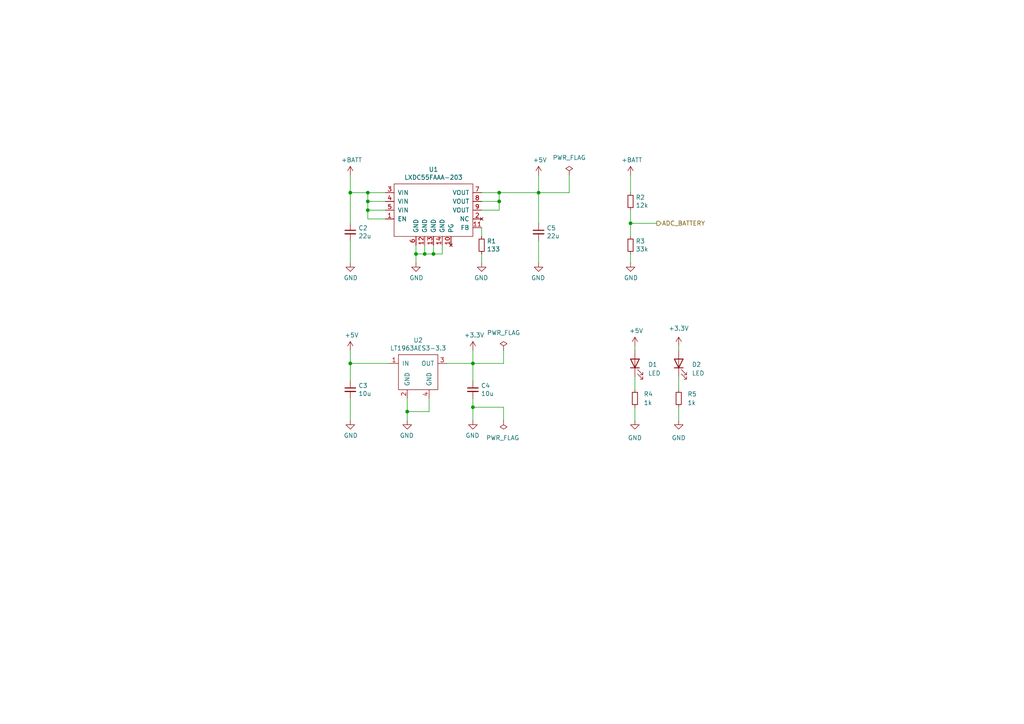
<source format=kicad_sch>
(kicad_sch (version 20231120) (generator "eeschema") (generator_version "8.0")
  (paper "A4")
  (lib_symbols
    (symbol "Device:C_Small" (pin_numbers hide) (pin_names (offset 0.254) hide)
      (property "Reference" "C" (at 0.254 1.778 0))
      (property "Value" "C_Small" (at 0.254 -2.032 0))
      (symbol "C_Small_0_1"
        (polyline (pts (xy -1.524 -0.508) (xy 1.524 -0.508)) (stroke (width 0.3302)))
        (polyline (pts (xy -1.524 0.508) (xy 1.524 0.508)) (stroke (width 0.3048)))
      )
      (symbol "C_Small_1_1"
        (pin passive line (at 0 2.54 270) (length 2.032) (name "~") (number "1"))
        (pin passive line (at 0 -2.54 90) (length 2.032) (name "~") (number "2"))
      )
    )
    (symbol "Device:LED" (pin_numbers hide) (pin_names (offset 1.016) hide)
      (property "Reference" "D" (at 0 2.54 0))
      (property "Value" "LED" (at 0 -2.54 0))
      (symbol "LED_0_1"
        (polyline (pts (xy -1.27 -1.27) (xy -1.27 1.27)) (stroke (width 0.254)))
        (polyline (pts (xy -1.27 0) (xy 1.27 0)))
        (polyline (pts (xy 1.27 -1.27) (xy 1.27 1.27) (xy -1.27 0) (xy 1.27 -1.27)) (stroke (width 0.254)))
        (polyline (pts (xy -3.048 -0.762) (xy -4.572 -2.286) (xy -3.81 -2.286) (xy -4.572 -2.286) (xy -4.572 -1.524)))
        (polyline (pts (xy -1.778 -0.762) (xy -3.302 -2.286) (xy -2.54 -2.286) (xy -3.302 -2.286) (xy -3.302 -1.524)))
      )
      (symbol "LED_1_1"
        (pin passive line (at -3.81 0 0) (length 2.54) (name "K") (number "1"))
        (pin passive line (at 3.81 0 180) (length 2.54) (name "A") (number "2"))
      )
    )
    (symbol "Device:R_Small" (pin_numbers hide) (pin_names (offset 0.254) hide)
      (property "Reference" "R" (at 0.762 0.508 0))
      (property "Value" "R_Small" (at 0.762 -1.016 0))
      (symbol "R_Small_0_1"
        (rectangle (start -0.762 1.778) (end 0.762 -1.778) (stroke (width 0.2032)))
      )
      (symbol "R_Small_1_1"
        (pin passive line (at 0 2.54 270) (length 0.762) (name "~") (number "1"))
        (pin passive line (at 0 -2.54 90) (length 0.762) (name "~") (number "2"))
      )
    )
    (symbol "My_Device:LT1963AES3-3.3" (pin_names (offset 1.016))
      (property "Reference" "U" (at 0 3.81 0))
      (property "Value" "My_Device_LT1963AES3-3.3" (at 0 6.35 0))
      (symbol "LT1963AES3-3.3_0_1"
        (rectangle (start -5.08 -7.62) (end 6.35 2.54))
        (rectangle (start -5.08 2.54) (end -5.08 2.54))
      )
      (symbol "LT1963AES3-3.3_1_1"
        (pin input line (at -7.62 0 0) (length 2.54) (name "IN") (number "1"))
        (pin input line (at -2.54 -10.16 90) (length 2.54) (name "GND") (number "2"))
        (pin input line (at 8.89 0 180) (length 2.54) (name "OUT") (number "3"))
        (pin input line (at 3.81 -10.16 90) (length 2.54) (name "GND") (number "4"))
      )
    )
    (symbol "My_Device:LXDC55FAAA-203" (pin_names (offset 1.016))
      (property "Reference" "U" (at 0 12.7 0))
      (property "Value" "My_Device_LXDC55FAAA-203" (at 0 15.24 0))
      (symbol "LXDC55FAAA-203_0_1"
        (rectangle (start -3.81 11.43) (end 19.05 -3.81))
      )
      (symbol "LXDC55FAAA-203_1_1"
        (pin input line (at -6.35 1.27 0) (length 2.54) (name "EN") (number "1"))
        (pin no_connect line (at 12.7 -6.35 90) (length 2.54) (name "PG") (number "10"))
        (pin input line (at 21.59 -1.27 180) (length 2.54) (name "FB") (number "11"))
        (pin input line (at 5.08 -6.35 90) (length 2.54) (name "GND") (number "12"))
        (pin input line (at 7.62 -6.35 90) (length 2.54) (name "GND") (number "13"))
        (pin input line (at 10.16 -6.35 90) (length 2.54) (name "GND") (number "14"))
        (pin no_connect line (at 21.59 1.27 180) (length 2.54) (name "NC") (number "2"))
        (pin input line (at -6.35 8.89 0) (length 2.54) (name "VIN") (number "3"))
        (pin input line (at -6.35 6.35 0) (length 2.54) (name "VIN") (number "4"))
        (pin input line (at -6.35 3.81 0) (length 2.54) (name "VIN") (number "5"))
        (pin input line (at 2.54 -6.35 90) (length 2.54) (name "GND") (number "6"))
        (pin input line (at 21.59 8.89 180) (length 2.54) (name "VOUT") (number "7"))
        (pin input line (at 21.59 6.35 180) (length 2.54) (name "VOUT") (number "8"))
        (pin input line (at 21.59 3.81 180) (length 2.54) (name "VOUT") (number "9"))
      )
    )
    (symbol "power:+3.3V" (power) (pin_names (offset 0))
      (property "Value" "+3.3V" (at 0 3.556 0))
      (symbol "+3.3V_0_1"
        (polyline (pts (xy -0.762 1.27) (xy 0 2.54)))
        (polyline (pts (xy 0 0) (xy 0 2.54)))
        (polyline (pts (xy 0 2.54) (xy 0.762 1.27)))
      )
      (symbol "+3.3V_1_1"
        (pin power_in line (at 0 0 90) (length 0) hide (name "+3.3V") (number "1"))
      )
    )
    (symbol "power:+5V" (power) (pin_names (offset 0))
      (property "Value" "+5V" (at 0 3.556 0))
      (symbol "+5V_0_1"
        (polyline (pts (xy -0.762 1.27) (xy 0 2.54)))
        (polyline (pts (xy 0 0) (xy 0 2.54)))
        (polyline (pts (xy 0 2.54) (xy 0.762 1.27)))
      )
      (symbol "+5V_1_1"
        (pin power_in line (at 0 0 90) (length 0) hide (name "+5V") (number "1"))
      )
    )
    (symbol "power:+BATT" (power) (pin_names (offset 0))
      (property "Value" "+BATT" (at 0 3.556 0))
      (symbol "+BATT_0_1"
        (polyline (pts (xy -0.762 1.27) (xy 0 2.54)))
        (polyline (pts (xy 0 0) (xy 0 2.54)))
        (polyline (pts (xy 0 2.54) (xy 0.762 1.27)))
      )
      (symbol "+BATT_1_1"
        (pin power_in line (at 0 0 90) (length 0) hide (name "+BATT") (number "1"))
      )
    )
    (symbol "power:GND" (power) (pin_names (offset 0))
      (property "Value" "GND" (at 0 -3.81 0))
      (symbol "GND_0_1"
        (polyline (pts (xy 0 0) (xy 0 -1.27) (xy 1.27 -1.27) (xy 0 -2.54) (xy -1.27 -1.27) (xy 0 -1.27)))
      )
      (symbol "GND_1_1"
        (pin power_in line (at 0 0 270) (length 0) hide (name "GND") (number "1"))
      )
    )
    (symbol "power:PWR_FLAG" (power) (pin_numbers hide) (pin_names (offset 0) hide)
      (property "Value" "PWR_FLAG" (at 0 3.81 0))
      (symbol "PWR_FLAG_0_0"
        (pin power_out line (at 0 0 90) (length 0) (name "pwr") (number "1"))
      )
      (symbol "PWR_FLAG_0_1"
        (polyline (pts (xy 0 0) (xy 0 1.27) (xy -1.016 1.905) (xy 0 2.54) (xy 1.016 1.905) (xy 0 1.27)))
      )
    )
  )
  (junction (at 156.21 55.88))
  (junction (at 101.6 105.41))
  (junction (at 120.65 73.66))
  (junction (at 144.78 55.88))
  (junction (at 123.19 73.66))
  (junction (at 101.6 55.88))
  (junction (at 182.88 64.77))
  (junction (at 137.16 105.41))
  (junction (at 106.68 58.42))
  (junction (at 125.73 73.66))
  (junction (at 118.11 119.38))
  (junction (at 144.78 58.42))
  (junction (at 137.16 118.11))
  (junction (at 106.68 55.88))
  (junction (at 106.68 60.96))
  (wire (pts (xy 196.85 121.92) (xy 196.85 118.11)))
  (wire (pts (xy 196.85 109.22) (xy 196.85 113.03)))
  (wire (pts (xy 182.88 64.77) (xy 190.5 64.77)))
  (wire (pts (xy 101.6 101.6) (xy 101.6 105.41)))
  (wire (pts (xy 146.05 118.11) (xy 146.05 121.92)))
  (wire (pts (xy 101.6 55.88) (xy 101.6 50.8)))
  (wire (pts (xy 184.15 100.33) (xy 184.15 101.6)))
  (wire (pts (xy 118.11 115.57) (xy 118.11 119.38)))
  (wire (pts (xy 123.19 71.12) (xy 123.19 73.66)))
  (wire (pts (xy 137.16 118.11) (xy 137.16 115.57)))
  (wire (pts (xy 137.16 105.41) (xy 146.05 105.41)))
  (wire (pts (xy 111.76 63.5) (xy 106.68 63.5)))
  (wire (pts (xy 196.85 100.33) (xy 196.85 101.6)))
  (wire (pts (xy 128.27 73.66) (xy 125.73 73.66)))
  (wire (pts (xy 113.03 105.41) (xy 101.6 105.41)))
  (wire (pts (xy 118.11 119.38) (xy 124.46 119.38)))
  (wire (pts (xy 106.68 55.88) (xy 101.6 55.88)))
  (wire (pts (xy 156.21 64.77) (xy 156.21 55.88)))
  (wire (pts (xy 156.21 55.88) (xy 156.21 50.8)))
  (wire (pts (xy 124.46 119.38) (xy 124.46 115.57)))
  (wire (pts (xy 101.6 105.41) (xy 101.6 110.49)))
  (wire (pts (xy 120.65 71.12) (xy 120.65 73.66)))
  (wire (pts (xy 156.21 76.2) (xy 156.21 69.85)))
  (wire (pts (xy 144.78 58.42) (xy 144.78 55.88)))
  (wire (pts (xy 139.7 68.58) (xy 139.7 66.04)))
  (wire (pts (xy 165.1 50.8) (xy 165.1 55.88)))
  (wire (pts (xy 144.78 55.88) (xy 156.21 55.88)))
  (wire (pts (xy 125.73 71.12) (xy 125.73 73.66)))
  (wire (pts (xy 182.88 60.96) (xy 182.88 64.77)))
  (wire (pts (xy 137.16 101.6) (xy 137.16 105.41)))
  (wire (pts (xy 111.76 60.96) (xy 106.68 60.96)))
  (wire (pts (xy 129.54 105.41) (xy 137.16 105.41)))
  (wire (pts (xy 106.68 60.96) (xy 106.68 58.42)))
  (wire (pts (xy 120.65 73.66) (xy 120.65 76.2)))
  (wire (pts (xy 139.7 58.42) (xy 144.78 58.42)))
  (wire (pts (xy 146.05 101.6) (xy 146.05 105.41)))
  (wire (pts (xy 111.76 58.42) (xy 106.68 58.42)))
  (wire (pts (xy 182.88 50.8) (xy 182.88 55.88)))
  (wire (pts (xy 111.76 55.88) (xy 106.68 55.88)))
  (wire (pts (xy 118.11 119.38) (xy 118.11 121.92)))
  (wire (pts (xy 128.27 71.12) (xy 128.27 73.66)))
  (wire (pts (xy 182.88 64.77) (xy 182.88 68.58)))
  (wire (pts (xy 125.73 73.66) (xy 123.19 73.66)))
  (wire (pts (xy 137.16 121.92) (xy 137.16 118.11)))
  (wire (pts (xy 106.68 58.42) (xy 106.68 55.88)))
  (wire (pts (xy 106.68 63.5) (xy 106.68 60.96)))
  (wire (pts (xy 165.1 55.88) (xy 156.21 55.88)))
  (wire (pts (xy 139.7 73.66) (xy 139.7 76.2)))
  (wire (pts (xy 123.19 73.66) (xy 120.65 73.66)))
  (wire (pts (xy 184.15 109.22) (xy 184.15 113.03)))
  (wire (pts (xy 139.7 55.88) (xy 144.78 55.88)))
  (wire (pts (xy 137.16 105.41) (xy 137.16 110.49)))
  (wire (pts (xy 139.7 60.96) (xy 144.78 60.96)))
  (wire (pts (xy 101.6 121.92) (xy 101.6 115.57)))
  (wire (pts (xy 137.16 118.11) (xy 146.05 118.11)))
  (wire (pts (xy 184.15 121.92) (xy 184.15 118.11)))
  (wire (pts (xy 182.88 73.66) (xy 182.88 76.2)))
  (wire (pts (xy 101.6 76.2) (xy 101.6 69.85)))
  (wire (pts (xy 144.78 60.96) (xy 144.78 58.42)))
  (wire (pts (xy 101.6 64.77) (xy 101.6 55.88)))
  (hierarchical_label "ADC_BATTERY" (shape output) (at 190.5 64.77 0))
  (symbol (lib_id "power:+5V") (at 184.15 100.33 0) (unit 1)
    (property "Reference" "#PWR032" (effects (hide yes)))
    (property "Value" "+5V" (at 184.531 95.9358 0))
  )
  (symbol (lib_id "Device:C_Small") (at 137.16 113.03 0) (unit 1)
    (property "Reference" "C4" (at 139.4968 111.8616 0) (effects (justify left)))
    (property "Value" "10u" (at 139.4968 114.173 0) (effects (justify left)))
    (property "Footprint" "Capacitor_SMD:C_0805_2012Metric_Pad1.18x1.45mm_HandSolder" (effects (hide yes)))
  )
  (symbol (lib_id "power:PWR_FLAG") (at 146.05 101.6 0) (unit 1)
    (property "Reference" "#FLG01" (effects (hide yes)))
    (property "Value" "PWR_FLAG" (at 146.05 96.52 0))
  )
  (symbol (lib_id "power:GND") (at 101.6 76.2 0) (unit 1)
    (property "Reference" "#PWR020" (effects (hide yes)))
    (property "Value" "GND" (at 101.727 80.5942 0))
  )
  (symbol (lib_id "power:+5V") (at 101.6 101.6 0) (unit 1)
    (property "Reference" "#PWR021" (effects (hide yes)))
    (property "Value" "+5V" (at 101.981 97.2058 0))
  )
  (symbol (lib_id "power:PWR_FLAG") (at 146.05 121.92 180) (unit 1)
    (property "Reference" "#FLG02" (effects (hide yes)))
    (property "Value" "PWR_FLAG" (at 140.97 127 0) (effects (justify right)))
  )
  (symbol (lib_id "Device:C_Small") (at 101.6 67.31 0) (unit 1)
    (property "Reference" "C2" (at 103.9368 66.1416 0) (effects (justify left)))
    (property "Value" "22u" (at 103.9368 68.453 0) (effects (justify left)))
    (property "Footprint" "Capacitor_SMD:C_0805_2012Metric_Pad1.18x1.45mm_HandSolder" (effects (hide yes)))
  )
  (symbol (lib_id "Device:R_Small") (at 184.15 115.57 0) (unit 1)
    (property "Reference" "R4" (at 186.69 114.2999 0) (effects (justify left)))
    (property "Value" "1k" (at 186.69 116.8399 0) (effects (justify left)))
    (property "Footprint" "Resistor_SMD:R_0603_1608Metric_Pad0.98x0.95mm_HandSolder" (effects (hide yes)))
  )
  (symbol (lib_id "power:+BATT") (at 182.88 50.8 0) (unit 1)
    (property "Reference" "#PWR030" (effects (hide yes)))
    (property "Value" "+BATT" (at 183.261 46.4058 0))
  )
  (symbol (lib_id "power:GND") (at 196.85 121.92 0) (unit 1)
    (property "Reference" "#PWR035" (effects (hide yes)))
    (property "Value" "GND" (at 196.85 127 0))
  )
  (symbol (lib_id "Device:R_Small") (at 182.88 58.42 0) (unit 1)
    (property "Reference" "R2" (at 184.3786 57.2516 0) (effects (justify left)))
    (property "Value" "12k" (at 184.3786 59.563 0) (effects (justify left)))
    (property "Footprint" "Resistor_SMD:R_0603_1608Metric" (effects (hide yes)))
  )
  (symbol (lib_id "power:GND") (at 101.6 121.92 0) (unit 1)
    (property "Reference" "#PWR022" (effects (hide yes)))
    (property "Value" "GND" (at 101.727 126.3142 0))
  )
  (symbol (lib_id "power:PWR_FLAG") (at 165.1 50.8 0) (unit 1)
    (property "Reference" "#FLG03" (effects (hide yes)))
    (property "Value" "PWR_FLAG" (at 165.1 45.72 0))
  )
  (symbol (lib_id "My_Device:LXDC55FAAA-203") (at 118.11 64.77 0) (unit 1)
    (property "Reference" "U1" (at 125.73 49.149 0))
    (property "Value" "LXDC55FAAA-203" (at 125.73 51.4604 0))
    (property "Footprint" "cubli:LXDC55FAAA-203" (effects (hide yes)))
  )
  (symbol (lib_id "power:GND") (at 184.15 121.92 0) (unit 1)
    (property "Reference" "#PWR033" (effects (hide yes)))
    (property "Value" "GND" (at 184.15 127 0))
  )
  (symbol (lib_id "Device:R_Small") (at 139.7 71.12 0) (unit 1)
    (property "Reference" "R1" (at 141.1986 69.9516 0) (effects (justify left)))
    (property "Value" "133" (at 141.1986 72.263 0) (effects (justify left)))
    (property "Footprint" "Resistor_SMD:R_0805_2012Metric" (effects (hide yes)))
  )
  (symbol (lib_id "power:GND") (at 182.88 76.2 0) (unit 1)
    (property "Reference" "#PWR031" (effects (hide yes)))
    (property "Value" "GND" (at 183.007 80.5942 0))
  )
  (symbol (lib_id "power:GND") (at 120.65 76.2 0) (unit 1)
    (property "Reference" "#PWR024" (effects (hide yes)))
    (property "Value" "GND" (at 120.777 80.5942 0))
  )
  (symbol (lib_id "power:GND") (at 137.16 121.92 0) (mirror y) (unit 1)
    (property "Reference" "#PWR026" (effects (hide yes)))
    (property "Value" "GND" (at 137.033 126.3142 0))
  )
  (symbol (lib_id "Device:C_Small") (at 156.21 67.31 0) (unit 1)
    (property "Reference" "C5" (at 158.5468 66.1416 0) (effects (justify left)))
    (property "Value" "22u" (at 158.5468 68.453 0) (effects (justify left)))
    (property "Footprint" "Capacitor_SMD:C_0805_2012Metric_Pad1.18x1.45mm_HandSolder" (effects (hide yes)))
  )
  (symbol (lib_id "power:+3.3V") (at 196.85 100.33 0) (unit 1)
    (property "Reference" "#PWR034" (effects (hide yes)))
    (property "Value" "+3.3V" (at 196.85 95.25 0))
  )
  (symbol (lib_id "power:+5V") (at 156.21 50.8 0) (unit 1)
    (property "Reference" "#PWR028" (effects (hide yes)))
    (property "Value" "+5V" (at 156.591 46.4058 0))
  )
  (symbol (lib_id "Device:LED") (at 196.85 105.41 90) (unit 1)
    (property "Reference" "D2" (at 200.66 105.7274 90) (effects (justify right)))
    (property "Value" "LED" (at 200.66 108.2674 90) (effects (justify right)))
    (property "Footprint" "LED_SMD:LED_0603_1608Metric" (effects (hide yes)))
  )
  (symbol (lib_id "power:GND") (at 156.21 76.2 0) (mirror y) (unit 1)
    (property "Reference" "#PWR029" (effects (hide yes)))
    (property "Value" "GND" (at 156.083 80.5942 0))
  )
  (symbol (lib_id "power:GND") (at 139.7 76.2 0) (mirror y) (unit 1)
    (property "Reference" "#PWR027" (effects (hide yes)))
    (property "Value" "GND" (at 139.573 80.5942 0))
  )
  (symbol (lib_id "Device:R_Small") (at 196.85 115.57 0) (unit 1)
    (property "Reference" "R5" (at 199.39 114.2999 0) (effects (justify left)))
    (property "Value" "1k" (at 199.39 116.8399 0) (effects (justify left)))
    (property "Footprint" "Resistor_SMD:R_0603_1608Metric_Pad0.98x0.95mm_HandSolder" (effects (hide yes)))
  )
  (symbol (lib_id "Device:R_Small") (at 182.88 71.12 0) (unit 1)
    (property "Reference" "R3" (at 184.3786 69.9516 0) (effects (justify left)))
    (property "Value" "33k" (at 184.3786 72.263 0) (effects (justify left)))
    (property "Footprint" "Resistor_SMD:R_0603_1608Metric" (effects (hide yes)))
  )
  (symbol (lib_id "power:GND") (at 118.11 121.92 0) (mirror y) (unit 1)
    (property "Reference" "#PWR023" (effects (hide yes)))
    (property "Value" "GND" (at 117.983 126.3142 0))
  )
  (symbol (lib_id "Device:LED") (at 184.15 105.41 90) (unit 1)
    (property "Reference" "D1" (at 187.96 105.7274 90) (effects (justify right)))
    (property "Value" "LED" (at 187.96 108.2674 90) (effects (justify right)))
    (property "Footprint" "LED_SMD:LED_0603_1608Metric" (effects (hide yes)))
  )
  (symbol (lib_id "power:+3.3V") (at 137.16 101.6 0) (unit 1)
    (property "Reference" "#PWR025" (effects (hide yes)))
    (property "Value" "+3.3V" (at 137.541 97.2058 0))
  )
  (symbol (lib_id "Device:C_Small") (at 101.6 113.03 0) (unit 1)
    (property "Reference" "C3" (at 103.9368 111.8616 0) (effects (justify left)))
    (property "Value" "10u" (at 103.9368 114.173 0) (effects (justify left)))
    (property "Footprint" "Capacitor_SMD:C_0805_2012Metric_Pad1.18x1.45mm_HandSolder" (effects (hide yes)))
  )
  (symbol (lib_id "power:+BATT") (at 101.6 50.8 0) (unit 1)
    (property "Reference" "#PWR019" (effects (hide yes)))
    (property "Value" "+BATT" (at 101.981 46.4058 0))
  )
  (symbol (lib_id "My_Device:LT1963AES3-3.3") (at 120.65 105.41 0) (unit 1)
    (property "Reference" "U2" (at 121.285 98.679 0))
    (property "Value" "LT1963AES3-3.3" (at 121.285 100.9904 0))
    (property "Footprint" "Package_TO_SOT_SMD:SOT-223" (effects (hide yes)))
    (property "Datasheet" "https://akizukidenshi.com/download/ds/analog/lt1963a.pdf" (effects (hide yes)))
  )
)
</source>
